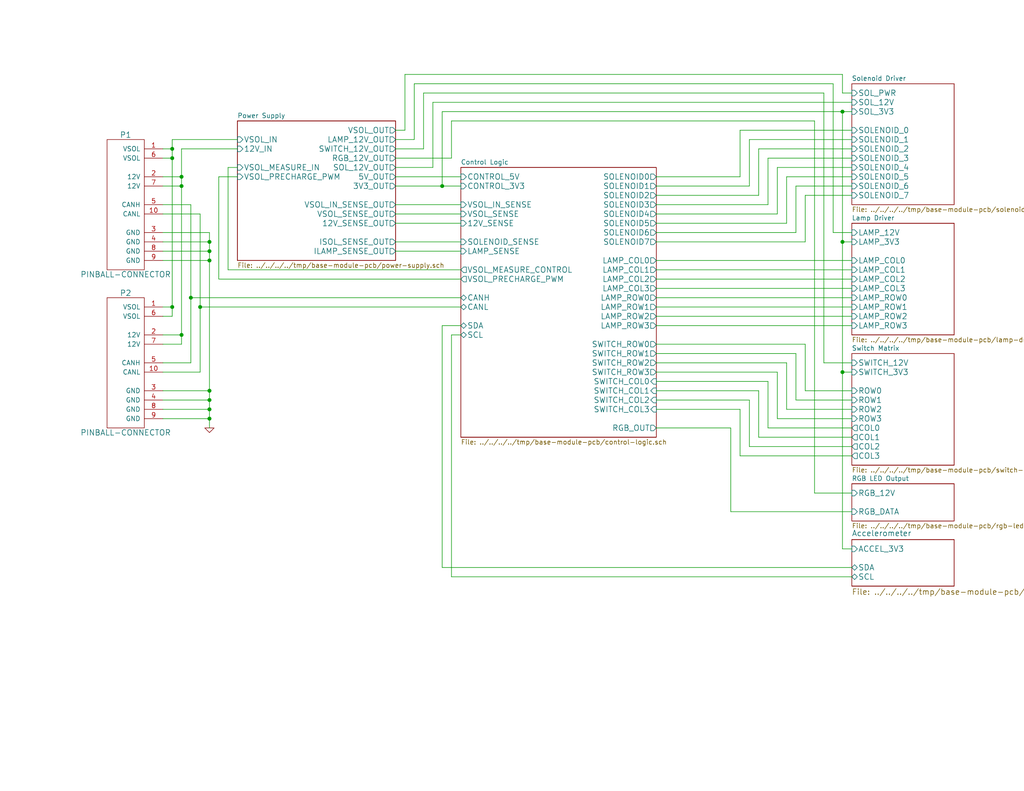
<source format=kicad_sch>
(kicad_sch (version 20230121) (generator eeschema)
  (paper "USLetter")
  (title_block (title "DIYPinball Base Board") (date "Sunday, February 22, 2015") (rev "2.0") (company "DIYPinball.ca"))
  (lib_symbols
    (symbol "base-module-hardware-v2-rescue:GND-RESCUE-base-module-hardware-v2" (power) (pin_names (offset 0))
      (symbol "GND-RESCUE-base-module-hardware-v2_0_1"
        (polyline (pts (xy -1.27 0) (xy 0 -1.27) (xy 1.27 0) (xy -1.27 0)))
      )
      (symbol "GND-RESCUE-base-module-hardware-v2_1_1"
        (pin power_in line (at 0 0 90) (length 0) hide (name "GND") (number "1"))
      )
    )
    (symbol "diypinball-parts:PINBALL-CONNECTOR" (pin_names (offset 1.016))
      (property "Reference" "P" (at 0 19.05 0))
      (property "Value" "PINBALL-CONNECTOR" (at 0 -19.05 0))
      (symbol "PINBALL-CONNECTOR_0_1"
        (rectangle (start 5.08 17.78) (end -5.08 -17.78))
      )
      (symbol "PINBALL-CONNECTOR_1_1"
        (pin power_in line (at 10.16 15.24 180) (length 5.08) (name "VSOL") (number "1"))
        (pin bidirectional line (at 10.16 -2.54 180) (length 5.08) (name "CANL") (number "10"))
        (pin power_in line (at 10.16 7.62 180) (length 5.08) (name "12V") (number "2"))
        (pin power_in line (at 10.16 -7.62 180) (length 5.08) (name "GND") (number "3"))
        (pin power_in line (at 10.16 -10.16 180) (length 5.08) (name "GND") (number "4"))
        (pin bidirectional line (at 10.16 0 180) (length 5.08) (name "CANH") (number "5"))
        (pin power_in line (at 10.16 12.7 180) (length 5.08) (name "VSOL") (number "6"))
        (pin power_in line (at 10.16 5.08 180) (length 5.08) (name "12V") (number "7"))
        (pin power_in line (at 10.16 -12.7 180) (length 5.08) (name "GND") (number "8"))
        (pin power_in line (at 10.16 -15.24 180) (length 5.08) (name "GND") (number "9"))
      )
    )
  )
  (junction (at 49.53 50.8))
  (junction (at 229.87 66.04))
  (junction (at 54.61 83.82))
  (junction (at 57.15 109.22))
  (junction (at 57.15 66.04))
  (junction (at 46.99 40.64))
  (junction (at 57.15 106.68))
  (junction (at 49.53 48.26))
  (junction (at 120.65 50.8))
  (junction (at 229.87 101.6))
  (junction (at 57.15 114.3))
  (junction (at 57.15 68.58))
  (junction (at 49.53 91.44))
  (junction (at 57.15 71.12))
  (junction (at 229.87 30.48))
  (junction (at 46.99 43.18))
  (junction (at 46.99 83.82))
  (junction (at 52.07 81.28))
  (junction (at 57.15 111.76))
  (wire (pts (xy 179.07 71.12) (xy 232.41 71.12)))
  (wire (pts (xy 201.93 35.56) (xy 232.41 35.56)))
  (wire (pts (xy 46.99 43.18) (xy 46.99 83.82)))
  (wire (pts (xy 107.95 48.26) (xy 125.73 48.26)))
  (wire (pts (xy 229.87 25.4) (xy 229.87 20.32)))
  (wire (pts (xy 232.41 109.22) (xy 217.17 109.22)))
  (wire (pts (xy 179.07 99.06) (xy 214.63 99.06)))
  (wire (pts (xy 209.55 116.84) (xy 209.55 104.14)))
  (wire (pts (xy 179.07 58.42) (xy 212.09 58.42)))
  (wire (pts (xy 113.03 38.1) (xy 107.95 38.1)))
  (wire (pts (xy 44.45 114.3) (xy 57.15 114.3)))
  (wire (pts (xy 120.65 88.9) (xy 125.73 88.9)))
  (wire (pts (xy 54.61 83.82) (xy 125.73 83.82)))
  (wire (pts (xy 212.09 114.3) (xy 212.09 101.6)))
  (wire (pts (xy 214.63 60.96) (xy 179.07 60.96)))
  (wire (pts (xy 232.41 43.18) (xy 209.55 43.18)))
  (wire (pts (xy 232.41 25.4) (xy 229.87 25.4)))
  (wire (pts (xy 123.19 157.48) (xy 232.41 157.48)))
  (wire (pts (xy 227.33 22.86) (xy 227.33 63.5)))
  (wire (pts (xy 179.07 88.9) (xy 232.41 88.9)))
  (wire (pts (xy 110.49 35.56) (xy 107.95 35.56)))
  (wire (pts (xy 214.63 111.76) (xy 232.41 111.76)))
  (wire (pts (xy 113.03 38.1) (xy 113.03 22.86)))
  (wire (pts (xy 44.45 43.18) (xy 46.99 43.18)))
  (wire (pts (xy 107.95 45.72) (xy 118.11 45.72)))
  (wire (pts (xy 64.77 38.1) (xy 46.99 38.1)))
  (wire (pts (xy 62.23 45.72) (xy 64.77 45.72)))
  (wire (pts (xy 232.41 53.34) (xy 219.71 53.34)))
  (wire (pts (xy 107.95 68.58) (xy 125.73 68.58)))
  (wire (pts (xy 204.47 50.8) (xy 179.07 50.8)))
  (wire (pts (xy 110.49 20.32) (xy 110.49 35.56)))
  (wire (pts (xy 115.57 40.64) (xy 107.95 40.64)))
  (wire (pts (xy 52.07 99.06) (xy 44.45 99.06)))
  (wire (pts (xy 201.93 111.76) (xy 179.07 111.76)))
  (wire (pts (xy 113.03 22.86) (xy 227.33 22.86)))
  (wire (pts (xy 214.63 48.26) (xy 214.63 60.96)))
  (wire (pts (xy 229.87 30.48) (xy 229.87 66.04)))
  (wire (pts (xy 57.15 66.04) (xy 57.15 68.58)))
  (wire (pts (xy 46.99 38.1) (xy 46.99 40.64)))
  (wire (pts (xy 227.33 63.5) (xy 232.41 63.5)))
  (wire (pts (xy 224.79 99.06) (xy 224.79 25.4)))
  (wire (pts (xy 232.41 99.06) (xy 224.79 99.06)))
  (wire (pts (xy 207.01 53.34) (xy 207.01 40.64)))
  (wire (pts (xy 179.07 53.34) (xy 207.01 53.34)))
  (wire (pts (xy 54.61 101.6) (xy 44.45 101.6)))
  (wire (pts (xy 107.95 60.96) (xy 125.73 60.96)))
  (wire (pts (xy 219.71 53.34) (xy 219.71 66.04)))
  (wire (pts (xy 123.19 33.02) (xy 222.25 33.02)))
  (wire (pts (xy 217.17 50.8) (xy 232.41 50.8)))
  (wire (pts (xy 199.39 139.7) (xy 199.39 116.84)))
  (wire (pts (xy 49.53 48.26) (xy 44.45 48.26)))
  (wire (pts (xy 201.93 124.46) (xy 201.93 111.76)))
  (wire (pts (xy 232.41 114.3) (xy 212.09 114.3)))
  (wire (pts (xy 232.41 119.38) (xy 207.01 119.38)))
  (wire (pts (xy 232.41 154.94) (xy 120.65 154.94)))
  (wire (pts (xy 44.45 55.88) (xy 52.07 55.88)))
  (wire (pts (xy 222.25 134.62) (xy 232.41 134.62)))
  (wire (pts (xy 232.41 139.7) (xy 199.39 139.7)))
  (wire (pts (xy 212.09 101.6) (xy 179.07 101.6)))
  (wire (pts (xy 44.45 40.64) (xy 46.99 40.64)))
  (wire (pts (xy 179.07 73.66) (xy 232.41 73.66)))
  (wire (pts (xy 49.53 91.44) (xy 44.45 91.44)))
  (wire (pts (xy 46.99 86.36) (xy 44.45 86.36)))
  (wire (pts (xy 222.25 33.02) (xy 222.25 134.62)))
  (wire (pts (xy 125.73 58.42) (xy 107.95 58.42)))
  (wire (pts (xy 57.15 111.76) (xy 57.15 114.3)))
  (wire (pts (xy 49.53 40.64) (xy 49.53 48.26)))
  (wire (pts (xy 44.45 109.22) (xy 57.15 109.22)))
  (wire (pts (xy 54.61 83.82) (xy 54.61 101.6)))
  (wire (pts (xy 57.15 63.5) (xy 44.45 63.5)))
  (wire (pts (xy 179.07 81.28) (xy 232.41 81.28)))
  (wire (pts (xy 207.01 106.68) (xy 179.07 106.68)))
  (wire (pts (xy 59.69 48.26) (xy 64.77 48.26)))
  (wire (pts (xy 219.71 106.68) (xy 232.41 106.68)))
  (wire (pts (xy 49.53 50.8) (xy 49.53 91.44)))
  (wire (pts (xy 219.71 66.04) (xy 179.07 66.04)))
  (wire (pts (xy 201.93 48.26) (xy 201.93 35.56)))
  (wire (pts (xy 125.73 76.2) (xy 59.69 76.2)))
  (wire (pts (xy 232.41 48.26) (xy 214.63 48.26)))
  (wire (pts (xy 232.41 116.84) (xy 209.55 116.84)))
  (wire (pts (xy 57.15 71.12) (xy 57.15 106.68)))
  (wire (pts (xy 232.41 124.46) (xy 201.93 124.46)))
  (wire (pts (xy 57.15 109.22) (xy 57.15 111.76)))
  (wire (pts (xy 229.87 66.04) (xy 229.87 101.6)))
  (wire (pts (xy 212.09 58.42) (xy 212.09 45.72)))
  (wire (pts (xy 49.53 40.64) (xy 64.77 40.64)))
  (wire (pts (xy 204.47 38.1) (xy 204.47 50.8)))
  (wire (pts (xy 118.11 45.72) (xy 118.11 27.94)))
  (wire (pts (xy 207.01 119.38) (xy 207.01 106.68)))
  (wire (pts (xy 52.07 81.28) (xy 125.73 81.28)))
  (wire (pts (xy 217.17 109.22) (xy 217.17 96.52)))
  (wire (pts (xy 107.95 43.18) (xy 123.19 43.18)))
  (wire (pts (xy 179.07 86.36) (xy 232.41 86.36)))
  (wire (pts (xy 217.17 63.5) (xy 217.17 50.8)))
  (wire (pts (xy 44.45 83.82) (xy 46.99 83.82)))
  (wire (pts (xy 179.07 78.74) (xy 232.41 78.74)))
  (wire (pts (xy 118.11 27.94) (xy 232.41 27.94)))
  (wire (pts (xy 62.23 73.66) (xy 62.23 45.72)))
  (wire (pts (xy 179.07 63.5) (xy 217.17 63.5)))
  (wire (pts (xy 123.19 43.18) (xy 123.19 33.02)))
  (wire (pts (xy 209.55 43.18) (xy 209.55 55.88)))
  (wire (pts (xy 52.07 55.88) (xy 52.07 81.28)))
  (wire (pts (xy 232.41 38.1) (xy 204.47 38.1)))
  (wire (pts (xy 123.19 91.44) (xy 123.19 157.48)))
  (wire (pts (xy 179.07 109.22) (xy 204.47 109.22)))
  (wire (pts (xy 224.79 25.4) (xy 115.57 25.4)))
  (wire (pts (xy 212.09 45.72) (xy 232.41 45.72)))
  (wire (pts (xy 52.07 81.28) (xy 52.07 99.06)))
  (wire (pts (xy 46.99 83.82) (xy 46.99 86.36)))
  (wire (pts (xy 219.71 93.98) (xy 219.71 106.68)))
  (wire (pts (xy 209.55 55.88) (xy 179.07 55.88)))
  (wire (pts (xy 179.07 48.26) (xy 201.93 48.26)))
  (wire (pts (xy 44.45 68.58) (xy 57.15 68.58)))
  (wire (pts (xy 125.73 66.04) (xy 107.95 66.04)))
  (wire (pts (xy 229.87 101.6) (xy 229.87 149.86)))
  (wire (pts (xy 232.41 121.92) (xy 204.47 121.92)))
  (wire (pts (xy 120.65 30.48) (xy 229.87 30.48)))
  (wire (pts (xy 44.45 66.04) (xy 57.15 66.04)))
  (wire (pts (xy 54.61 58.42) (xy 54.61 83.82)))
  (wire (pts (xy 57.15 114.3) (xy 57.15 116.84)))
  (wire (pts (xy 179.07 93.98) (xy 219.71 93.98)))
  (wire (pts (xy 204.47 121.92) (xy 204.47 109.22)))
  (wire (pts (xy 199.39 116.84) (xy 179.07 116.84)))
  (wire (pts (xy 57.15 68.58) (xy 57.15 71.12)))
  (wire (pts (xy 57.15 63.5) (xy 57.15 66.04)))
  (wire (pts (xy 229.87 101.6) (xy 232.41 101.6)))
  (wire (pts (xy 179.07 83.82) (xy 232.41 83.82)))
  (wire (pts (xy 54.61 58.42) (xy 44.45 58.42)))
  (wire (pts (xy 179.07 104.14) (xy 209.55 104.14)))
  (wire (pts (xy 59.69 76.2) (xy 59.69 48.26)))
  (wire (pts (xy 107.95 55.88) (xy 125.73 55.88)))
  (wire (pts (xy 229.87 20.32) (xy 110.49 20.32)))
  (wire (pts (xy 44.45 111.76) (xy 57.15 111.76)))
  (wire (pts (xy 229.87 149.86) (xy 232.41 149.86)))
  (wire (pts (xy 115.57 25.4) (xy 115.57 40.64)))
  (wire (pts (xy 44.45 50.8) (xy 49.53 50.8)))
  (wire (pts (xy 214.63 99.06) (xy 214.63 111.76)))
  (wire (pts (xy 120.65 50.8) (xy 120.65 30.48)))
  (wire (pts (xy 44.45 71.12) (xy 57.15 71.12)))
  (wire (pts (xy 125.73 91.44) (xy 123.19 91.44)))
  (wire (pts (xy 125.73 73.66) (xy 62.23 73.66)))
  (wire (pts (xy 46.99 40.64) (xy 46.99 43.18)))
  (wire (pts (xy 207.01 40.64) (xy 232.41 40.64)))
  (wire (pts (xy 49.53 48.26) (xy 49.53 50.8)))
  (wire (pts (xy 49.53 91.44) (xy 49.53 93.98)))
  (wire (pts (xy 179.07 76.2) (xy 232.41 76.2)))
  (wire (pts (xy 49.53 93.98) (xy 44.45 93.98)))
  (wire (pts (xy 232.41 66.04) (xy 229.87 66.04)))
  (wire (pts (xy 217.17 96.52) (xy 179.07 96.52)))
  (wire (pts (xy 229.87 30.48) (xy 232.41 30.48)))
  (wire (pts (xy 120.65 154.94) (xy 120.65 88.9)))
  (wire (pts (xy 107.95 50.8) (xy 120.65 50.8)))
  (wire (pts (xy 44.45 106.68) (xy 57.15 106.68)))
  (wire (pts (xy 120.65 50.8) (xy 125.73 50.8)))
  (wire (pts (xy 57.15 106.68) (xy 57.15 109.22)))
  (symbol (lib_id "base-module-hardware-v2-rescue:GND-RESCUE-base-module-hardware-v2") (at 57.15 116.84 0) (unit 1)
    (property "Reference" "#PWR01" (effects hide))
    (property "Value" "GND" (effects hide))
  )
  (symbol (lib_id "diypinball-parts:PINBALL-CONNECTOR") (at 34.29 55.88 0) (unit 1)
    (property "Reference" "P1" (at 34.29 36.83 0) (effects (font (size 1.524 1.524))))
    (property "Value" "PINBALL-CONNECTOR" (at 34.29 74.93 0) (effects (font (size 1.524 1.524))))
    (property "Footprint" "PinballParts:PINBALL-CONNECTOR-V" (effects hide))
  )
  (symbol (lib_id "diypinball-parts:PINBALL-CONNECTOR") (at 34.29 99.06 0) (unit 1)
    (property "Reference" "P2" (at 34.29 80.01 0) (effects (font (size 1.524 1.524))))
    (property "Value" "PINBALL-CONNECTOR" (at 34.29 118.11 0) (effects (font (size 1.524 1.524))))
    (property "Footprint" "PinballParts:PINBALL-CONNECTOR-V" (effects hide))
  )
  (sheet (at 64.77 33.02) (size 43.18 38.1)
    (property "Sheetname" "Power Supply" (at 64.77 32.3084 0) (effects (justify left bottom)))
    (property "Sheetfile" "../../../../tmp/base-module-pcb/power-supply.sch" (at 64.77 71.7046 0) (effects (justify left top)))
    (pin "VSOL_IN" input (at 64.77 38.1 180) (effects (font (size 1.524 1.524))))
    (pin "12V_IN" input (at 64.77 40.64 180) (effects (font (size 1.524 1.524))))
    (pin "VSOL_OUT" output (at 107.95 35.56 0) (effects (font (size 1.524 1.524))))
    (pin "5V_OUT" output (at 107.95 48.26 0) (effects (font (size 1.524 1.524))))
    (pin "3V3_OUT" output (at 107.95 50.8 0) (effects (font (size 1.524 1.524))))
    (pin "LAMP_12V_OUT" output (at 107.95 38.1 0) (effects (font (size 1.524 1.524))))
    (pin "SWITCH_12V_OUT" output (at 107.95 40.64 0) (effects (font (size 1.524 1.524))))
    (pin "12V_SENSE_OUT" output (at 107.95 60.96 0) (effects (font (size 1.524 1.524))))
    (pin "VSOL_SENSE_OUT" output (at 107.95 58.42 0) (effects (font (size 1.524 1.524))))
    (pin "VSOL_IN_SENSE_OUT" output (at 107.95 55.88 0) (effects (font (size 1.524 1.524))))
    (pin "ISOL_SENSE_OUT" output (at 107.95 66.04 0) (effects (font (size 1.524 1.524))))
    (pin "ILAMP_SENSE_OUT" output (at 107.95 68.58 0) (effects (font (size 1.524 1.524))))
    (pin "VSOL_MEASURE_IN" input (at 64.77 45.72 180) (effects (font (size 1.524 1.524))))
    (pin "VSOL_PRECHARGE_PWM" input (at 64.77 48.26 180) (effects (font (size 1.524 1.524))))
    (pin "RGB_12V_OUT" output (at 107.95 43.18 0) (effects (font (size 1.524 1.524))))
    (pin "SOL_12V_OUT" output (at 107.95 45.72 0) (effects (font (size 1.524 1.524))))
  )
  (sheet (at 232.41 22.86) (size 27.94 33.02)
    (property "Sheetname" "Solenoid Driver" (at 232.41 22.1484 0) (effects (justify left bottom)))
    (property "Sheetfile" "../../../../tmp/base-module-pcb/solenoid-driver.sch" (at 232.41 56.4646 0) (effects (justify left top)))
    (pin "SOL_PWR" input (at 232.41 25.4 180) (effects (font (size 1.524 1.524))))
    (pin "SOLENOID_0" input (at 232.41 35.56 180) (effects (font (size 1.524 1.524))))
    (pin "SOLENOID_1" input (at 232.41 38.1 180) (effects (font (size 1.524 1.524))))
    (pin "SOLENOID_2" input (at 232.41 40.64 180) (effects (font (size 1.524 1.524))))
    (pin "SOLENOID_3" input (at 232.41 43.18 180) (effects (font (size 1.524 1.524))))
    (pin "SOLENOID_4" input (at 232.41 45.72 180) (effects (font (size 1.524 1.524))))
    (pin "SOLENOID_5" input (at 232.41 48.26 180) (effects (font (size 1.524 1.524))))
    (pin "SOLENOID_6" input (at 232.41 50.8 180) (effects (font (size 1.524 1.524))))
    (pin "SOLENOID_7" input (at 232.41 53.34 180) (effects (font (size 1.524 1.524))))
    (pin "SOL_3V3" input (at 232.41 30.48 180) (effects (font (size 1.524 1.524))))
    (pin "SOL_12V" input (at 232.41 27.94 180) (effects (font (size 1.524 1.524))))
  )
  (sheet (at 232.41 60.96) (size 27.94 30.48)
    (property "Sheetname" "Lamp Driver" (at 232.41 60.2484 0) (effects (justify left bottom)))
    (property "Sheetfile" "../../../../tmp/base-module-pcb/lamp-driver.sch" (at 232.41 92.0246 0) (effects (justify left top)))
    (pin "LAMP_12V" input (at 232.41 63.5 180) (effects (font (size 1.524 1.524))))
    (pin "LAMP_3V3" input (at 232.41 66.04 180) (effects (font (size 1.524 1.524))))
    (pin "LAMP_COL0" input (at 232.41 71.12 180) (effects (font (size 1.524 1.524))))
    (pin "LAMP_COL1" input (at 232.41 73.66 180) (effects (font (size 1.524 1.524))))
    (pin "LAMP_COL2" input (at 232.41 76.2 180) (effects (font (size 1.524 1.524))))
    (pin "LAMP_COL3" input (at 232.41 78.74 180) (effects (font (size 1.524 1.524))))
    (pin "LAMP_ROW0" input (at 232.41 81.28 180) (effects (font (size 1.524 1.524))))
    (pin "LAMP_ROW1" input (at 232.41 83.82 180) (effects (font (size 1.524 1.524))))
    (pin "LAMP_ROW2" input (at 232.41 86.36 180) (effects (font (size 1.524 1.524))))
    (pin "LAMP_ROW3" input (at 232.41 88.9 180) (effects (font (size 1.524 1.524))))
  )
  (sheet (at 232.41 96.52) (size 27.94 30.48)
    (property "Sheetname" "Switch Matrix" (at 232.41 95.8084 0) (effects (justify left bottom)))
    (property "Sheetfile" "../../../../tmp/base-module-pcb/switch-matrix.sch" (at 232.41 127.5846 0) (effects (justify left top)))
    (pin "SWITCH_12V" input (at 232.41 99.06 180) (effects (font (size 1.524 1.524))))
    (pin "SWITCH_3V3" input (at 232.41 101.6 180) (effects (font (size 1.524 1.524))))
    (pin "ROW0" input (at 232.41 106.68 180) (effects (font (size 1.524 1.524))))
    (pin "ROW1" input (at 232.41 109.22 180) (effects (font (size 1.524 1.524))))
    (pin "ROW2" input (at 232.41 111.76 180) (effects (font (size 1.524 1.524))))
    (pin "ROW3" input (at 232.41 114.3 180) (effects (font (size 1.524 1.524))))
    (pin "COL0" output (at 232.41 116.84 180) (effects (font (size 1.524 1.524))))
    (pin "COL1" output (at 232.41 119.38 180) (effects (font (size 1.524 1.524))))
    (pin "COL2" output (at 232.41 121.92 180) (effects (font (size 1.524 1.524))))
    (pin "COL3" output (at 232.41 124.46 180) (effects (font (size 1.524 1.524))))
  )
  (sheet (at 125.73 45.72) (size 53.34 73.66)
    (property "Sheetname" "Control Logic" (at 125.73 45.0084 0) (effects (justify left bottom)))
    (property "Sheetfile" "../../../../tmp/base-module-pcb/control-logic.sch" (at 125.73 119.9646 0) (effects (justify left top)))
    (pin "SOLENOID0" output (at 179.07 48.26 0) (effects (font (size 1.524 1.524))))
    (pin "SOLENOID1" output (at 179.07 50.8 0) (effects (font (size 1.524 1.524))))
    (pin "SOLENOID2" output (at 179.07 53.34 0) (effects (font (size 1.524 1.524))))
    (pin "SOLENOID3" output (at 179.07 55.88 0) (effects (font (size 1.524 1.524))))
    (pin "SOLENOID4" output (at 179.07 58.42 0) (effects (font (size 1.524 1.524))))
    (pin "SOLENOID5" output (at 179.07 60.96 0) (effects (font (size 1.524 1.524))))
    (pin "SOLENOID6" output (at 179.07 63.5 0) (effects (font (size 1.524 1.524))))
    (pin "SOLENOID7" output (at 179.07 66.04 0) (effects (font (size 1.524 1.524))))
    (pin "LAMP_ROW0" output (at 179.07 81.28 0) (effects (font (size 1.524 1.524))))
    (pin "LAMP_ROW1" output (at 179.07 83.82 0) (effects (font (size 1.524 1.524))))
    (pin "LAMP_ROW2" output (at 179.07 86.36 0) (effects (font (size 1.524 1.524))))
    (pin "LAMP_ROW3" output (at 179.07 88.9 0) (effects (font (size 1.524 1.524))))
    (pin "LAMP_COL0" output (at 179.07 71.12 0) (effects (font (size 1.524 1.524))))
    (pin "LAMP_COL1" output (at 179.07 73.66 0) (effects (font (size 1.524 1.524))))
    (pin "LAMP_COL2" output (at 179.07 76.2 0) (effects (font (size 1.524 1.524))))
    (pin "LAMP_COL3" output (at 179.07 78.74 0) (effects (font (size 1.524 1.524))))
    (pin "12V_SENSE" input (at 125.73 60.96 180) (effects (font (size 1.524 1.524))))
    (pin "SOLENOID_SENSE" input (at 125.73 66.04 180) (effects (font (size 1.524 1.524))))
    (pin "LAMP_SENSE" input (at 125.73 68.58 180) (effects (font (size 1.524 1.524))))
    (pin "CONTROL_5V" input (at 125.73 48.26 180) (effects (font (size 1.524 1.524))))
    (pin "CONTROL_3V3" input (at 125.73 50.8 180) (effects (font (size 1.524 1.524))))
    (pin "CANH" bidirectional (at 125.73 81.28 180) (effects (font (size 1.524 1.524))))
    (pin "CANL" bidirectional (at 125.73 83.82 180) (effects (font (size 1.524 1.524))))
    (pin "SWITCH_ROW0" output (at 179.07 93.98 0) (effects (font (size 1.524 1.524))))
    (pin "SWITCH_ROW1" output (at 179.07 96.52 0) (effects (font (size 1.524 1.524))))
    (pin "SWITCH_ROW2" output (at 179.07 99.06 0) (effects (font (size 1.524 1.524))))
    (pin "SWITCH_ROW3" output (at 179.07 101.6 0) (effects (font (size 1.524 1.524))))
    (pin "SWITCH_COL0" input (at 179.07 104.14 0) (effects (font (size 1.524 1.524))))
    (pin "SWITCH_COL1" input (at 179.07 106.68 0) (effects (font (size 1.524 1.524))))
    (pin "SWITCH_COL2" input (at 179.07 109.22 0) (effects (font (size 1.524 1.524))))
    (pin "SWITCH_COL3" input (at 179.07 111.76 0) (effects (font (size 1.524 1.524))))
    (pin "RGB_OUT" output (at 179.07 116.84 0) (effects (font (size 1.524 1.524))))
    (pin "VSOL_IN_SENSE" input (at 125.73 55.88 180) (effects (font (size 1.524 1.524))))
    (pin "VSOL_SENSE" input (at 125.73 58.42 180) (effects (font (size 1.524 1.524))))
    (pin "VSOL_MEASURE_CONTROL" output (at 125.73 73.66 180) (effects (font (size 1.524 1.524))))
    (pin "VSOL_PRECHARGE_PWM" output (at 125.73 76.2 180) (effects (font (size 1.524 1.524))))
    (pin "SDA" bidirectional (at 125.73 88.9 180) (effects (font (size 1.524 1.524))))
    (pin "SCL" bidirectional (at 125.73 91.44 180) (effects (font (size 1.524 1.524))))
  )
  (sheet (at 232.41 132.08) (size 27.94 10.16)
    (property "Sheetname" "RGB LED Output" (at 232.41 131.3684 0) (effects (justify left bottom)))
    (property "Sheetfile" "../../../../tmp/base-module-pcb/rgb-led-output.sch" (at 232.41 142.8246 0) (effects (justify left top)))
    (pin "RGB_DATA" input (at 232.41 139.7 180) (effects (font (size 1.524 1.524))))
    (pin "RGB_12V" input (at 232.41 134.62 180) (effects (font (size 1.524 1.524))))
  )
  (sheet (at 232.41 147.32) (size 27.94 12.7)
    (property "Sheetname" "Accelerometer" (at 232.41 146.4814 0) (effects (font (size 1.524 1.524)) (justify left bottom)))
    (property "Sheetfile" "../../../../tmp/base-module-pcb/accelerometer.sch" (at 232.41 160.7062 0) (effects (font (size 1.524 1.524)) (justify left top)))
    (pin "SDA" bidirectional (at 232.41 154.94 180) (effects (font (size 1.524 1.524))))
    (pin "SCL" bidirectional (at 232.41 157.48 180) (effects (font (size 1.524 1.524))))
    (pin "ACCEL_3V3" input (at 232.41 149.86 180) (effects (font (size 1.524 1.524))))
  )
)
</source>
